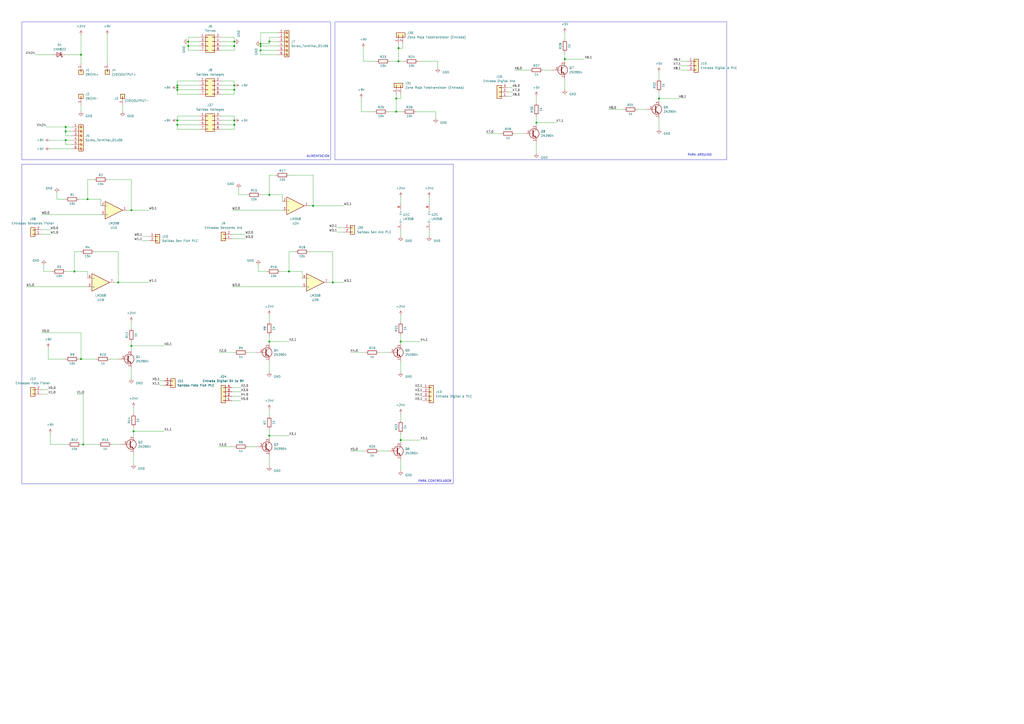
<source format=kicad_sch>
(kicad_sch (version 20230121) (generator eeschema)
  (paper "A2")
  (lib_symbols
    (symbol "Amplifier_Operational:LM358" (pin_names (offset 0.127))
      (property "Reference" "U" (at 0 5.08 0))
      (property "Value" "LM358" (at 0 -5.08 0))
      (symbol "LM358_1_1"
        (pin output line (at 7.62 0 180) (length 2.54) (name "~") (number "1"))
        (pin input line (at -7.62 -2.54 0) (length 2.54) (name "-") (number "2"))
        (pin input line (at -7.62 2.54 0) (length 2.54) (name "+") (number "3"))
      )
      (symbol "LM358_2_1"
        (pin input line (at -7.62 2.54 0) (length 2.54) (name "+") (number "5"))
        (pin input line (at -7.62 -2.54 0) (length 2.54) (name "-") (number "6"))
        (pin output line (at 7.62 0 180) (length 2.54) (name "~") (number "7"))
      )
      (symbol "LM358_3_1"
        (pin power_in line (at -2.54 -7.62 90) (length 3.81) (name "V-") (number "4"))
        (pin power_in line (at -2.54 7.62 270) (length 3.81) (name "V+") (number "8"))
      )
    )
    (symbol "Connector:Screw_Terminal_01x06" (pin_names (offset 1.016) hide)
      (property "Reference" "J" (at 0 7.62 0))
      (property "Value" "Screw_Terminal_01x06" (at 0 -10.16 0))
      (symbol "Screw_Terminal_01x06_1_1"
        (pin passive line (at -5.08 5.08 0) (length 3.81) (name "Pin_1") (number "1"))
        (pin passive line (at -5.08 2.54 0) (length 3.81) (name "Pin_2") (number "2"))
        (pin passive line (at -5.08 0 0) (length 3.81) (name "Pin_3") (number "3"))
        (pin passive line (at -5.08 -2.54 0) (length 3.81) (name "Pin_4") (number "4"))
        (pin passive line (at -5.08 -5.08 0) (length 3.81) (name "Pin_5") (number "5"))
        (pin passive line (at -5.08 -7.62 0) (length 3.81) (name "Pin_6") (number "6"))
      )
    )
    (symbol "Connector_Generic:Conn_01x01" (pin_names (offset 1.016) hide)
      (property "Reference" "J" (at 0 2.54 0))
      (property "Value" "Conn_01x01" (at 0 -2.54 0))
      (symbol "Conn_01x01_1_1"
        (pin passive line (at -5.08 0 0) (length 3.81) (name "Pin_1") (number "1"))
      )
    )
    (symbol "Connector_Generic:Conn_01x02" (pin_names (offset 1.016) hide)
      (property "Reference" "J" (at 0 2.54 0))
      (property "Value" "Conn_01x02" (at 0 -5.08 0))
      (symbol "Conn_01x02_1_1"
        (pin passive line (at -5.08 0 0) (length 3.81) (name "Pin_1") (number "1"))
        (pin passive line (at -5.08 -2.54 0) (length 3.81) (name "Pin_2") (number "2"))
      )
    )
    (symbol "Connector_Generic:Conn_01x03" (pin_names (offset 1.016) hide)
      (property "Reference" "J" (at 0 5.08 0))
      (property "Value" "Conn_01x03" (at 0 -5.08 0))
      (symbol "Conn_01x03_1_1"
        (pin passive line (at -5.08 2.54 0) (length 3.81) (name "Pin_1") (number "1"))
        (pin passive line (at -5.08 0 0) (length 3.81) (name "Pin_2") (number "2"))
        (pin passive line (at -5.08 -2.54 0) (length 3.81) (name "Pin_3") (number "3"))
      )
    )
    (symbol "Connector_Generic:Conn_01x04" (pin_names (offset 1.016) hide)
      (property "Reference" "J" (at 0 5.08 0))
      (property "Value" "Conn_01x04" (at 0 -7.62 0))
      (symbol "Conn_01x04_1_1"
        (pin passive line (at -5.08 2.54 0) (length 3.81) (name "Pin_1") (number "1"))
        (pin passive line (at -5.08 0 0) (length 3.81) (name "Pin_2") (number "2"))
        (pin passive line (at -5.08 -2.54 0) (length 3.81) (name "Pin_3") (number "3"))
        (pin passive line (at -5.08 -5.08 0) (length 3.81) (name "Pin_4") (number "4"))
      )
    )
    (symbol "Connector_Generic:Conn_02x04_Odd_Even" (pin_names (offset 1.016) hide)
      (property "Reference" "J" (at 1.27 5.08 0))
      (property "Value" "Conn_02x04_Odd_Even" (at 1.27 -7.62 0))
      (symbol "Conn_02x04_Odd_Even_1_1"
        (pin passive line (at -5.08 2.54 0) (length 3.81) (name "Pin_1") (number "1"))
        (pin passive line (at 7.62 2.54 180) (length 3.81) (name "Pin_2") (number "2"))
        (pin passive line (at -5.08 0 0) (length 3.81) (name "Pin_3") (number "3"))
        (pin passive line (at 7.62 0 180) (length 3.81) (name "Pin_4") (number "4"))
        (pin passive line (at -5.08 -2.54 0) (length 3.81) (name "Pin_5") (number "5"))
        (pin passive line (at 7.62 -2.54 180) (length 3.81) (name "Pin_6") (number "6"))
        (pin passive line (at -5.08 -5.08 0) (length 3.81) (name "Pin_7") (number "7"))
        (pin passive line (at 7.62 -5.08 180) (length 3.81) (name "Pin_8") (number "8"))
      )
    )
    (symbol "Device:R" (pin_numbers hide) (pin_names (offset 0))
      (property "Reference" "R" (at 2.032 0 90))
      (property "Value" "R" (at 0 0 90))
      (symbol "R_1_1"
        (pin passive line (at 0 3.81 270) (length 1.27) (name "~") (number "1"))
        (pin passive line (at 0 -3.81 90) (length 1.27) (name "~") (number "2"))
      )
    )
    (symbol "Diode:1N5822" (pin_numbers hide) (pin_names (offset 1.016) hide)
      (property "Reference" "D" (at 0 2.54 0))
      (property "Value" "1N5822" (at 0 -2.54 0))
      (symbol "1N5822_1_1"
        (pin passive line (at -3.81 0 0) (length 2.54) (name "K") (number "1"))
        (pin passive line (at 3.81 0 180) (length 2.54) (name "A") (number "2"))
      )
    )
    (symbol "Transistor_BJT:2N3904" (pin_names (offset 0) hide)
      (property "Reference" "Q" (at 5.08 1.905 0))
      (property "Value" "2N3904" (at 5.08 0 0))
      (symbol "2N3904_1_1"
        (pin passive line (at 2.54 -5.08 90) (length 2.54) (name "E") (number "1"))
        (pin passive line (at -5.08 0 0) (length 5.715) (name "B") (number "2"))
        (pin passive line (at 2.54 5.08 270) (length 2.54) (name "C") (number "3"))
      )
    )
    (symbol "power:+24V" (power) (pin_names (offset 0))
      (property "Value" "+24V" (at 0 3.556 0))
      (symbol "+24V_1_1"
        (pin power_in line (at 0 0 90) (length 0) hide (name "+24V") (number "1"))
      )
    )
    (symbol "power:+5V" (power) (pin_names (offset 0))
      (property "Value" "+5V" (at 0 3.556 0))
      (symbol "+5V_1_1"
        (pin power_in line (at 0 0 90) (length 0) hide (name "+5V") (number "1"))
      )
    )
    (symbol "power:+9V" (power) (pin_names (offset 0))
      (property "Value" "+9V" (at 0 3.556 0))
      (symbol "+9V_1_1"
        (pin power_in line (at 0 0 90) (length 0) hide (name "+9V") (number "1"))
      )
    )
    (symbol "power:GND" (power) (pin_names (offset 0))
      (property "Value" "GND" (at 0 -3.81 0))
      (symbol "GND_1_1"
        (pin power_in line (at 0 0 270) (length 0) hide (name "GND") (number "1"))
      )
    )
  )
  (junction (at 68.58 163.83))
  (junction (at 167.64 157.48))
  (junction (at 135.89 24.13))
  (junction (at 38.1 73.66))
  (junction (at 135.89 52.07))
  (junction (at 229.87 64.77))
  (junction (at 50.8 115.57))
  (junction (at 181.61 119.38))
  (junction (at 109.22 24.13))
  (junction (at 46.99 31.75))
  (junction (at 311.15 71.12))
  (junction (at 38.1 81.28))
  (junction (at 232.41 255.27))
  (junction (at 76.2 200.66))
  (junction (at 156.21 252.73))
  (junction (at 102.87 49.53))
  (junction (at 109.22 26.67))
  (junction (at 151.13 25.4))
  (junction (at 135.89 69.85))
  (junction (at 229.87 57.15))
  (junction (at 43.18 157.48))
  (junction (at 38.1 76.2))
  (junction (at 231.14 35.56))
  (junction (at 135.89 49.53))
  (junction (at 231.14 27.94))
  (junction (at 77.47 250.19))
  (junction (at 151.13 29.21))
  (junction (at 76.2 121.92))
  (junction (at 156.21 198.12))
  (junction (at 135.89 26.67))
  (junction (at 102.87 72.39))
  (junction (at 156.21 24.13))
  (junction (at 46.99 208.28))
  (junction (at 102.87 69.85))
  (junction (at 135.89 72.39))
  (junction (at 327.66 34.29))
  (junction (at 102.87 52.07))
  (junction (at 232.41 198.12))
  (junction (at 151.13 26.67))
  (junction (at 48.26 257.81))
  (junction (at 102.87 50.8))
  (junction (at 156.21 113.03))
  (junction (at 193.04 163.83))
  (junction (at 382.27 57.15))
  (wire (pts (xy 143.51 259.08) (xy 148.59 259.08)))
  (wire (pts (xy 156.21 101.6) (xy 156.21 113.03)))
  (wire (pts (xy 82.55 139.7) (xy 86.36 139.7)))
  (wire (pts (xy 68.58 163.83) (xy 86.36 163.83)))
  (wire (pts (xy 127 259.08) (xy 135.89 259.08)))
  (wire (pts (xy 48.26 257.81) (xy 57.15 257.81)))
  (wire (pts (xy 50.8 157.48) (xy 50.8 161.29)))
  (wire (pts (xy 203.2 261.62) (xy 212.09 261.62)))
  (wire (pts (xy 138.43 113.03) (xy 143.51 113.03)))
  (wire (pts (xy 115.57 46.99) (xy 102.87 46.99)))
  (wire (pts (xy 353.06 63.5) (xy 361.95 63.5)))
  (wire (pts (xy 128.27 24.13) (xy 135.89 24.13)))
  (wire (pts (xy 229.87 54.61) (xy 229.87 57.15)))
  (wire (pts (xy 68.58 146.05) (xy 68.58 163.83)))
  (wire (pts (xy 76.2 186.69) (xy 76.2 190.5)))
  (wire (pts (xy 128.27 54.61) (xy 135.89 54.61)))
  (wire (pts (xy 232.41 198.12) (xy 232.41 199.39)))
  (wire (pts (xy 71.12 60.96) (xy 71.12 64.77)))
  (wire (pts (xy 156.21 198.12) (xy 156.21 199.39)))
  (wire (pts (xy 115.57 26.67) (xy 109.22 26.67)))
  (wire (pts (xy 190.5 163.83) (xy 193.04 163.83)))
  (wire (pts (xy 248.92 114.3) (xy 248.92 118.11)))
  (wire (pts (xy 203.2 204.47) (xy 212.09 204.47)))
  (wire (pts (xy 138.43 113.03) (xy 138.43 109.22)))
  (wire (pts (xy 231.14 25.4) (xy 231.14 27.94)))
  (wire (pts (xy 115.57 49.53) (xy 102.87 49.53)))
  (wire (pts (xy 163.83 113.03) (xy 163.83 116.84)))
  (wire (pts (xy 232.41 240.03) (xy 232.41 243.84)))
  (wire (pts (xy 394.97 40.64) (xy 398.78 40.64)))
  (wire (pts (xy 134.62 135.89) (xy 142.24 135.89)))
  (wire (pts (xy 24.13 193.04) (xy 46.99 193.04)))
  (wire (pts (xy 156.21 25.4) (xy 151.13 25.4)))
  (wire (pts (xy 254 35.56) (xy 242.57 35.56)))
  (wire (pts (xy 27.94 208.28) (xy 27.94 201.93)))
  (wire (pts (xy 311.15 82.55) (xy 311.15 88.9)))
  (wire (pts (xy 77.47 236.22) (xy 77.47 240.03)))
  (wire (pts (xy 109.22 26.67) (xy 109.22 24.13)))
  (wire (pts (xy 232.41 54.61) (xy 232.41 57.15)))
  (wire (pts (xy 24.13 124.46) (xy 58.42 124.46)))
  (wire (pts (xy 76.2 213.36) (xy 76.2 219.71)))
  (wire (pts (xy 231.14 27.94) (xy 231.14 35.56)))
  (wire (pts (xy 167.64 146.05) (xy 171.45 146.05)))
  (wire (pts (xy 382.27 41.91) (xy 382.27 45.72)))
  (wire (pts (xy 181.61 101.6) (xy 181.61 119.38)))
  (wire (pts (xy 135.89 67.31) (xy 128.27 67.31)))
  (wire (pts (xy 76.2 104.14) (xy 76.2 121.92)))
  (wire (pts (xy 64.77 257.81) (xy 69.85 257.81)))
  (wire (pts (xy 161.29 26.67) (xy 151.13 26.67)))
  (wire (pts (xy 218.44 35.56) (xy 210.82 35.56)))
  (wire (pts (xy 115.57 72.39) (xy 102.87 72.39)))
  (wire (pts (xy 92.71 220.98) (xy 95.25 220.98)))
  (wire (pts (xy 232.41 251.46) (xy 232.41 255.27)))
  (wire (pts (xy 210.82 35.56) (xy 210.82 27.94)))
  (wire (pts (xy 151.13 31.75) (xy 151.13 29.21)))
  (wire (pts (xy 151.13 113.03) (xy 156.21 113.03)))
  (wire (pts (xy 29.21 257.81) (xy 29.21 251.46)))
  (wire (pts (xy 219.71 204.47) (xy 224.79 204.47)))
  (wire (pts (xy 115.57 29.21) (xy 109.22 29.21)))
  (wire (pts (xy 134.62 227.33) (xy 139.7 227.33)))
  (wire (pts (xy 33.02 115.57) (xy 33.02 111.76)))
  (wire (pts (xy 209.55 64.77) (xy 209.55 57.15)))
  (wire (pts (xy 156.21 264.16) (xy 156.21 270.51)))
  (wire (pts (xy 102.87 46.99) (xy 102.87 49.53)))
  (wire (pts (xy 46.99 36.83) (xy 46.99 31.75)))
  (wire (pts (xy 62.23 20.32) (xy 62.23 36.83)))
  (wire (pts (xy 135.89 54.61) (xy 135.89 52.07)))
  (wire (pts (xy 193.04 146.05) (xy 193.04 163.83)))
  (wire (pts (xy 63.5 208.28) (xy 68.58 208.28)))
  (wire (pts (xy 24.13 135.89) (xy 29.21 135.89)))
  (wire (pts (xy 382.27 57.15) (xy 382.27 58.42)))
  (wire (pts (xy 179.07 146.05) (xy 193.04 146.05)))
  (wire (pts (xy 233.68 27.94) (xy 231.14 27.94)))
  (wire (pts (xy 41.91 78.74) (xy 38.1 78.74)))
  (wire (pts (xy 46.99 257.81) (xy 48.26 257.81)))
  (wire (pts (xy 156.21 237.49) (xy 156.21 241.3)))
  (wire (pts (xy 135.89 52.07) (xy 135.89 49.53)))
  (wire (pts (xy 135.89 29.21) (xy 135.89 26.67)))
  (wire (pts (xy 161.29 29.21) (xy 151.13 29.21)))
  (wire (pts (xy 311.15 71.12) (xy 322.58 71.12)))
  (wire (pts (xy 135.89 72.39) (xy 135.89 69.85)))
  (wire (pts (xy 281.94 77.47) (xy 290.83 77.47)))
  (wire (pts (xy 38.1 208.28) (xy 27.94 208.28)))
  (wire (pts (xy 58.42 115.57) (xy 58.42 119.38)))
  (wire (pts (xy 128.27 21.59) (xy 135.89 21.59)))
  (wire (pts (xy 232.41 209.55) (xy 232.41 215.9)))
  (wire (pts (xy 115.57 21.59) (xy 109.22 21.59)))
  (wire (pts (xy 162.56 157.48) (xy 167.64 157.48)))
  (wire (pts (xy 327.66 19.05) (xy 327.66 22.86)))
  (wire (pts (xy 161.29 19.05) (xy 151.13 19.05)))
  (wire (pts (xy 232.41 255.27) (xy 243.84 255.27)))
  (wire (pts (xy 161.29 21.59) (xy 156.21 21.59)))
  (wire (pts (xy 252.73 64.77) (xy 241.3 64.77)))
  (wire (pts (xy 232.41 266.7) (xy 232.41 273.05)))
  (wire (pts (xy 298.45 77.47) (xy 303.53 77.47)))
  (wire (pts (xy 102.87 52.07) (xy 102.87 50.8)))
  (wire (pts (xy 156.21 252.73) (xy 167.64 252.73)))
  (wire (pts (xy 76.2 200.66) (xy 76.2 203.2)))
  (wire (pts (xy 102.87 54.61) (xy 102.87 52.07)))
  (wire (pts (xy 46.99 60.96) (xy 46.99 64.77)))
  (wire (pts (xy 149.86 157.48) (xy 154.94 157.48)))
  (wire (pts (xy 128.27 26.67) (xy 135.89 26.67)))
  (wire (pts (xy 43.18 146.05) (xy 46.99 146.05)))
  (wire (pts (xy 156.21 113.03) (xy 163.83 113.03)))
  (wire (pts (xy 115.57 52.07) (xy 102.87 52.07)))
  (wire (pts (xy 109.22 21.59) (xy 109.22 24.13)))
  (wire (pts (xy 135.89 74.93) (xy 135.89 72.39)))
  (wire (pts (xy 232.41 133.35) (xy 232.41 137.16)))
  (wire (pts (xy 24.13 226.06) (xy 27.94 226.06)))
  (wire (pts (xy 327.66 30.48) (xy 327.66 34.29)))
  (wire (pts (xy 46.99 208.28) (xy 55.88 208.28)))
  (wire (pts (xy 382.27 57.15) (xy 393.7 57.15)))
  (wire (pts (xy 134.62 121.92) (xy 163.83 121.92)))
  (wire (pts (xy 25.4 157.48) (xy 25.4 153.67)))
  (wire (pts (xy 181.61 119.38) (xy 199.39 119.38)))
  (wire (pts (xy 156.21 182.88) (xy 156.21 186.69)))
  (wire (pts (xy 29.21 81.28) (xy 38.1 81.28)))
  (wire (pts (xy 38.1 81.28) (xy 41.91 81.28)))
  (wire (pts (xy 50.8 104.14) (xy 54.61 104.14)))
  (wire (pts (xy 54.61 146.05) (xy 68.58 146.05)))
  (wire (pts (xy 369.57 63.5) (xy 374.65 63.5)))
  (wire (pts (xy 20.32 31.75) (xy 30.48 31.75)))
  (wire (pts (xy 41.91 83.82) (xy 38.1 83.82)))
  (wire (pts (xy 311.15 55.88) (xy 311.15 59.69)))
  (wire (pts (xy 193.04 163.83) (xy 199.39 163.83)))
  (wire (pts (xy 156.21 194.31) (xy 156.21 198.12)))
  (wire (pts (xy 29.21 86.36) (xy 41.91 86.36)))
  (wire (pts (xy 48.26 228.6) (xy 44.45 228.6)))
  (wire (pts (xy 46.99 193.04) (xy 46.99 208.28)))
  (wire (pts (xy 77.47 250.19) (xy 95.25 250.19)))
  (wire (pts (xy 143.51 204.47) (xy 148.59 204.47)))
  (wire (pts (xy 128.27 49.53) (xy 135.89 49.53)))
  (wire (pts (xy 233.68 25.4) (xy 233.68 27.94)))
  (wire (pts (xy 394.97 38.1) (xy 398.78 38.1)))
  (wire (pts (xy 167.64 146.05) (xy 167.64 157.48)))
  (wire (pts (xy 217.17 64.77) (xy 209.55 64.77)))
  (wire (pts (xy 77.47 250.19) (xy 77.47 252.73)))
  (wire (pts (xy 167.64 157.48) (xy 175.26 157.48)))
  (wire (pts (xy 327.66 34.29) (xy 339.09 34.29)))
  (wire (pts (xy 128.27 74.93) (xy 135.89 74.93)))
  (wire (pts (xy 43.18 146.05) (xy 43.18 157.48)))
  (wire (pts (xy 232.41 194.31) (xy 232.41 198.12)))
  (wire (pts (xy 77.47 247.65) (xy 77.47 250.19)))
  (wire (pts (xy 135.89 69.85) (xy 135.89 67.31)))
  (wire (pts (xy 156.21 101.6) (xy 160.02 101.6)))
  (wire (pts (xy 294.64 50.8) (xy 297.18 50.8)))
  (wire (pts (xy 232.41 114.3) (xy 232.41 118.11)))
  (wire (pts (xy 134.62 224.79) (xy 139.7 224.79)))
  (wire (pts (xy 38.1 157.48) (xy 43.18 157.48)))
  (wire (pts (xy 128.27 52.07) (xy 135.89 52.07)))
  (wire (pts (xy 82.55 137.16) (xy 86.36 137.16)))
  (wire (pts (xy 39.37 257.81) (xy 29.21 257.81)))
  (wire (pts (xy 135.89 26.67) (xy 135.89 24.13)))
  (wire (pts (xy 167.64 101.6) (xy 181.61 101.6)))
  (wire (pts (xy 156.21 209.55) (xy 156.21 215.9)))
  (wire (pts (xy 50.8 115.57) (xy 58.42 115.57)))
  (wire (pts (xy 62.23 104.14) (xy 76.2 104.14)))
  (wire (pts (xy 134.62 138.43) (xy 142.24 138.43)))
  (wire (pts (xy 73.66 121.92) (xy 76.2 121.92)))
  (wire (pts (xy 195.58 132.08) (xy 199.39 132.08)))
  (wire (pts (xy 311.15 71.12) (xy 311.15 72.39)))
  (wire (pts (xy 115.57 54.61) (xy 102.87 54.61)))
  (wire (pts (xy 102.87 49.53) (xy 102.87 50.8)))
  (wire (pts (xy 76.2 198.12) (xy 76.2 200.66)))
  (wire (pts (xy 161.29 31.75) (xy 151.13 31.75)))
  (wire (pts (xy 38.1 73.66) (xy 38.1 76.2)))
  (wire (pts (xy 38.1 83.82) (xy 38.1 81.28)))
  (wire (pts (xy 151.13 29.21) (xy 151.13 26.67)))
  (wire (pts (xy 294.64 55.88) (xy 297.18 55.88)))
  (wire (pts (xy 382.27 68.58) (xy 382.27 74.93)))
  (wire (pts (xy 229.87 57.15) (xy 229.87 64.77)))
  (wire (pts (xy 231.14 35.56) (xy 234.95 35.56)))
  (wire (pts (xy 219.71 261.62) (xy 224.79 261.62)))
  (wire (pts (xy 45.72 208.28) (xy 46.99 208.28)))
  (wire (pts (xy 156.21 248.92) (xy 156.21 252.73)))
  (wire (pts (xy 135.89 46.99) (xy 128.27 46.99)))
  (wire (pts (xy 179.07 119.38) (xy 181.61 119.38)))
  (wire (pts (xy 109.22 29.21) (xy 109.22 26.67)))
  (wire (pts (xy 135.89 49.53) (xy 135.89 46.99)))
  (wire (pts (xy 224.79 64.77) (xy 229.87 64.77)))
  (wire (pts (xy 226.06 35.56) (xy 231.14 35.56)))
  (wire (pts (xy 248.92 133.35) (xy 248.92 137.16)))
  (wire (pts (xy 109.22 24.13) (xy 115.57 24.13)))
  (wire (pts (xy 156.21 198.12) (xy 167.64 198.12)))
  (wire (pts (xy 24.13 228.6) (xy 27.94 228.6)))
  (wire (pts (xy 151.13 19.05) (xy 151.13 25.4)))
  (wire (pts (xy 327.66 34.29) (xy 327.66 35.56)))
  (wire (pts (xy 252.73 68.58) (xy 252.73 64.77)))
  (wire (pts (xy 50.8 104.14) (xy 50.8 115.57)))
  (wire (pts (xy 127 204.47) (xy 135.89 204.47)))
  (wire (pts (xy 76.2 121.92) (xy 86.36 121.92)))
  (wire (pts (xy 24.13 133.35) (xy 29.21 133.35)))
  (wire (pts (xy 128.27 72.39) (xy 135.89 72.39)))
  (wire (pts (xy 294.64 53.34) (xy 297.18 53.34)))
  (wire (pts (xy 15.24 166.37) (xy 50.8 166.37)))
  (wire (pts (xy 327.66 45.72) (xy 327.66 52.07)))
  (wire (pts (xy 128.27 29.21) (xy 135.89 29.21)))
  (wire (pts (xy 311.15 67.31) (xy 311.15 71.12)))
  (wire (pts (xy 195.58 134.62) (xy 199.39 134.62)))
  (wire (pts (xy 149.86 157.48) (xy 149.86 153.67)))
  (wire (pts (xy 382.27 53.34) (xy 382.27 57.15)))
  (wire (pts (xy 232.41 182.88) (xy 232.41 186.69)))
  (wire (pts (xy 48.26 228.6) (xy 48.26 257.81)))
  (wire (pts (xy 38.1 76.2) (xy 41.91 76.2)))
  (wire (pts (xy 314.96 40.64) (xy 320.04 40.64)))
  (wire (pts (xy 43.18 157.48) (xy 50.8 157.48)))
  (wire (pts (xy 151.13 26.67) (xy 151.13 25.4)))
  (wire (pts (xy 134.62 166.37) (xy 175.26 166.37)))
  (wire (pts (xy 115.57 67.31) (xy 102.87 67.31)))
  (wire (pts (xy 254 39.37) (xy 254 35.56)))
  (wire (pts (xy 175.26 157.48) (xy 175.26 161.29)))
  (wire (pts (xy 232.41 57.15) (xy 229.87 57.15)))
  (wire (pts (xy 45.72 115.57) (xy 50.8 115.57)))
  (wire (pts (xy 232.41 255.27) (xy 232.41 256.54)))
  (wire (pts (xy 115.57 69.85) (xy 102.87 69.85)))
  (wire (pts (xy 156.21 21.59) (xy 156.21 24.13)))
  (wire (pts (xy 102.87 69.85) (xy 102.87 72.39)))
  (wire (pts (xy 134.62 229.87) (xy 139.7 229.87)))
  (wire (pts (xy 41.91 73.66) (xy 38.1 73.66)))
  (wire (pts (xy 298.45 40.64) (xy 307.34 40.64)))
  (wire (pts (xy 25.4 157.48) (xy 30.48 157.48)))
  (wire (pts (xy 38.1 78.74) (xy 38.1 76.2)))
  (wire (pts (xy 135.89 24.13) (xy 135.89 21.59)))
  (wire (pts (xy 77.47 262.89) (xy 77.47 269.24)))
  (wire (pts (xy 102.87 74.93) (xy 102.87 72.39)))
  (wire (pts (xy 102.87 67.31) (xy 102.87 69.85)))
  (wire (pts (xy 46.99 20.32) (xy 46.99 31.75)))
  (wire (pts (xy 134.62 232.41) (xy 139.7 232.41)))
  (wire (pts (xy 156.21 24.13) (xy 161.29 24.13)))
  (wire (pts (xy 232.41 198.12) (xy 243.84 198.12)))
  (wire (pts (xy 156.21 24.13) (xy 156.21 25.4)))
  (wire (pts (xy 115.57 74.93) (xy 102.87 74.93)))
  (wire (pts (xy 156.21 252.73) (xy 156.21 254)))
  (wire (pts (xy 46.99 31.75) (xy 38.1 31.75)))
  (wire (pts (xy 26.67 73.66) (xy 38.1 73.66)))
  (wire (pts (xy 33.02 115.57) (xy 38.1 115.57)))
  (wire (pts (xy 92.71 223.52) (xy 95.25 223.52)))
  (wire (pts (xy 229.87 64.77) (xy 233.68 64.77)))
  (wire (pts (xy 76.2 200.66) (xy 95.25 200.66)))
  (wire (pts (xy 66.04 163.83) (xy 68.58 163.83)))
  (wire (pts (xy 128.27 69.85) (xy 135.89 69.85)))
  (wire (pts (xy 394.97 35.56) (xy 398.78 35.56)))
  (rectangle (start 12.7 12.7) (end 191.77 92.71))
  (rectangle (start 12.7 95.25) (end 262.89 280.67))
  (rectangle (start 194.31 12.7) (end 421.64 92.71))
  (text "PARA CONTROLADOR\n\n" (at 242.57 281.94 0) (effects (font (size 1.27 1.27)) (justify left bottom)))
  (text "PARA ARDUINO\n\n" (at 398.78 92.71 0) (effects (font (size 1.27 1.27)) (justify left bottom)))
  (text "ALIMENTACION\n" (at 177.8 91.44 0) (effects (font (size 1.27 1.27)) (justify left bottom)))
  (label "X5.1" (at 245.11 232.41 180))
  (label "X8.0" (at 353.06 63.5 0))
  (label "X6.0" (at 298.45 40.64 0))
  (label "X5.0" (at 203.2 261.62 0))
  (label "X2.0" (at 139.7 224.79 0))
  (label "X4.1" (at 243.84 198.12 0))
  (label "X8.1" (at 394.97 40.64 180))
  (label "X3.0" (at 139.7 227.33 0))
  (label "X1.0" (at 44.45 228.6 0))
  (label "X8.0" (at 297.18 55.88 0))
  (label "W3.0" (at 142.24 138.43 0))
  (label "X0.0" (at 27.94 226.06 0))
  (label "W2.0" (at 142.24 135.89 0))
  (label "X1.1" (at 95.25 250.19 0))
  (label "X4.1" (at 245.11 229.87 180))
  (label "X3.1" (at 167.64 252.73 0))
  (label "W2.1" (at 199.39 119.38 0))
  (label "X3.1" (at 245.11 227.33 180))
  (label "W1.1" (at 82.55 139.7 180))
  (label "W2.0" (at 134.62 121.92 0))
  (label "X2.1" (at 245.11 224.79 180))
  (label "X7.0" (at 297.18 53.34 0))
  (label "W3.0" (at 134.62 166.37 0))
  (label "X4.0" (at 139.7 229.87 0))
  (label "W0.1" (at 86.36 121.92 0))
  (label "W0.0" (at 29.21 133.35 0))
  (label "X3.0" (at 127 259.08 0))
  (label "X6.1" (at 394.97 35.56 180))
  (label "X0.1" (at 92.71 220.98 180))
  (label "W1.0" (at 29.21 135.89 0))
  (label "W3.1" (at 195.58 134.62 180))
  (label "W0.1" (at 82.55 137.16 180))
  (label "X1.1" (at 92.71 223.52 180))
  (label "W3.1" (at 199.39 163.83 0))
  (label "X2.0" (at 127 204.47 0))
  (label "W1.1" (at 86.36 163.83 0))
  (label "Vin24" (at 20.32 31.75 180))
  (label "X8.1" (at 393.7 57.15 0))
  (label "Vin24" (at 26.67 73.66 180))
  (label "W2.1" (at 195.58 132.08 180))
  (label "X7.0" (at 281.94 77.47 0))
  (label "X5.0" (at 139.7 232.41 0))
  (label "X6.0" (at 297.18 50.8 0))
  (label "W1.0" (at 15.24 166.37 0))
  (label "X6.1" (at 339.09 34.29 0))
  (label "X0.1" (at 95.25 200.66 0))
  (label "X7.1" (at 394.97 38.1 180))
  (label "X1.0" (at 27.94 228.6 0))
  (label "X7.1" (at 322.58 71.12 0))
  (label "X4.0" (at 203.2 204.47 0))
  (label "X2.1" (at 167.64 198.12 0))
  (label "X0.0" (at 24.13 193.04 0))
  (label "W0.0" (at 24.13 124.46 0))
  (label "X5.1" (at 243.84 255.27 0))
  (symbol (lib_id "power:+9V") (at 102.87 69.85 90) (unit 1)
    (property "Reference" "#PWR045" (effects hide))
    (property "Value" "+9V" (at 99.06 69.85 90) (effects (justify left)))
  )
  (symbol (lib_id "Transistor_BJT:2N3904") (at 153.67 259.08 0) (unit 1)
    (property "Reference" "Q3" (at 158.75 257.81 0) (effects (justify left)))
    (property "Value" "2N3904" (at 158.75 260.35 0) (effects (justify left)))
    (property "Footprint" "Package_TO_SOT_THT:TO-92_Inline" (effects hide))
    (property "Datasheet" "https://www.onsemi.com/pub/Collateral/2N3903-D.PDF" (effects hide))
  )
  (symbol (lib_id "Transistor_BJT:2N3904") (at 229.87 204.47 0) (unit 1)
    (property "Reference" "Q5" (at 234.95 203.2 0) (effects (justify left)))
    (property "Value" "2N3904" (at 234.95 205.74 0) (effects (justify left)))
    (property "Footprint" "Package_TO_SOT_THT:TO-92_Inline" (effects hide))
    (property "Datasheet" "https://www.onsemi.com/pub/Collateral/2N3903-D.PDF" (effects hide))
  )
  (symbol (lib_id "Connector_Generic:Conn_01x03") (at 403.86 38.1 0) (unit 1)
    (property "Reference" "J15" (at 406.4 36.83 0) (effects (justify left)))
    (property "Value" "Entrada Digital a PLC" (at 406.4 39.37 0) (effects (justify left)))
    (property "Footprint" "Connector_PinHeader_2.54mm:PinHeader_1x03_P2.54mm_Vertical" (effects hide))
  )
  (symbol (lib_id "power:+24V") (at 248.92 114.3 0) (unit 1)
    (property "Reference" "#PWR027" (effects hide))
    (property "Value" "+24V" (at 248.92 109.22 0))
  )
  (symbol (lib_id "power:+5V") (at 327.66 19.05 0) (unit 1)
    (property "Reference" "#PWR038" (effects hide))
    (property "Value" "+5V" (at 327.66 13.97 0))
  )
  (symbol (lib_id "Connector:Screw_Terminal_01x06") (at 46.99 78.74 0) (unit 1)
    (property "Reference" "J5" (at 49.53 78.74 0) (effects (justify left)))
    (property "Value" "Screw_Terminal_01x06" (at 49.53 81.28 0) (effects (justify left)))
    (property "Footprint" "TerminalBlock_Phoenix:TerminalBlock_Phoenix_MKDS-1,5-6_1x06_P5.00mm_Horizontal" (effects hide))
  )
  (symbol (lib_id "power:GND") (at 109.22 24.13 270) (unit 1)
    (property "Reference" "#PWR07" (effects hide))
    (property "Value" "GND" (at 106.68 26.67 0) (effects (justify left)))
  )
  (symbol (lib_id "power:+5V") (at 135.89 69.85 270) (unit 1)
    (property "Reference" "#PWR044" (effects hide))
    (property "Value" "+5V" (at 139.7 69.85 90) (effects (justify left)))
  )
  (symbol (lib_id "Device:R") (at 41.91 115.57 90) (unit 1)
    (property "Reference" "R1" (at 41.91 113.03 90))
    (property "Value" "10k" (at 41.91 118.11 90))
    (property "Footprint" "Resistor_THT:R_Axial_DIN0204_L3.6mm_D1.6mm_P5.08mm_Horizontal" (effects hide))
  )
  (symbol (lib_id "power:GND") (at 76.2 219.71 0) (unit 1)
    (property "Reference" "#PWR021" (effects hide))
    (property "Value" "GND" (at 78.74 222.25 0) (effects (justify left)))
  )
  (symbol (lib_id "Connector_Generic:Conn_01x04") (at 129.54 229.87 180) (unit 1)
    (property "Reference" "J14" (at 129.54 218.44 0))
    (property "Value" "Entrada Digital 5V to 9V" (at 129.54 220.98 0))
    (property "Footprint" "Connector_PinHeader_2.54mm:PinHeader_1x04_P2.54mm_Vertical" (effects hide))
  )
  (symbol (lib_id "Device:R") (at 156.21 190.5 180) (unit 1)
    (property "Reference" "R8" (at 153.67 190.5 90))
    (property "Value" "1k" (at 158.75 190.5 90))
    (property "Footprint" "Resistor_THT:R_Axial_DIN0204_L3.6mm_D1.6mm_P5.08mm_Horizontal" (effects hide))
  )
  (symbol (lib_id "power:GND") (at 151.13 25.4 270) (unit 1)
    (property "Reference" "#PWR08" (effects hide))
    (property "Value" "GND" (at 148.59 27.94 0) (effects (justify left)))
  )
  (symbol (lib_id "Device:R") (at 156.21 245.11 180) (unit 1)
    (property "Reference" "R7" (at 153.67 245.11 90))
    (property "Value" "1k" (at 158.75 245.11 90))
    (property "Footprint" "Resistor_THT:R_Axial_DIN0204_L3.6mm_D1.6mm_P5.08mm_Horizontal" (effects hide))
  )
  (symbol (lib_id "power:GND") (at 46.99 64.77 0) (unit 1)
    (property "Reference" "#PWR02" (effects hide))
    (property "Value" "GND" (at 49.53 67.31 0) (effects (justify left)))
  )
  (symbol (lib_id "power:GND") (at 25.4 153.67 180) (unit 1)
    (property "Reference" "#PWR014" (effects hide))
    (property "Value" "GND" (at 22.86 151.13 0) (effects (justify left)))
  )
  (symbol (lib_id "Connector_Generic:Conn_02x04_Odd_Even") (at 120.65 24.13 0) (unit 1)
    (property "Reference" "J6" (at 121.92 15.24 0))
    (property "Value" "Tierras" (at 121.92 17.78 0))
    (property "Footprint" "Connector_PinHeader_2.54mm:PinHeader_2x04_P2.54mm_Vertical" (effects hide))
  )
  (symbol (lib_id "Connector_Generic:Conn_01x02") (at 100.33 220.98 0) (unit 1)
    (property "Reference" "J11" (at 102.87 220.98 0) (effects (justify left)))
    (property "Value" "Salidas Foto Fish PLC" (at 102.87 223.52 0) (effects (justify left)))
    (property "Footprint" "Connector_PinHeader_2.54mm:PinHeader_1x02_P2.54mm_Vertical" (effects hide))
  )
  (symbol (lib_id "Device:R") (at 76.2 194.31 180) (unit 1)
    (property "Reference" "R11" (at 73.66 194.31 90))
    (property "Value" "1k" (at 78.74 194.31 90))
    (property "Footprint" "Resistor_THT:R_Axial_DIN0204_L3.6mm_D1.6mm_P5.08mm_Horizontal" (effects hide))
  )
  (symbol (lib_id "power:GND") (at 327.66 52.07 0) (unit 1)
    (property "Reference" "#PWR039" (effects hide))
    (property "Value" "GND" (at 330.2 54.61 0) (effects (justify left)))
  )
  (symbol (lib_id "power:+9V") (at 29.21 251.46 0) (unit 1)
    (property "Reference" "#PWR022" (effects hide))
    (property "Value" "+9V" (at 29.21 246.38 0))
  )
  (symbol (lib_id "Device:R") (at 237.49 64.77 90) (unit 1)
    (property "Reference" "R26" (at 237.49 62.23 90))
    (property "Value" "10k" (at 237.49 67.31 90))
    (property "Footprint" "Resistor_THT:R_Axial_DIN0204_L3.6mm_D1.6mm_P5.08mm_Horizontal" (effects hide))
  )
  (symbol (lib_id "Connector_Generic:Conn_01x03") (at 289.56 53.34 180) (unit 1)
    (property "Reference" "J16" (at 289.56 44.45 0))
    (property "Value" "Entrada Digital Ard" (at 289.56 46.99 0))
    (property "Footprint" "Connector_PinHeader_2.54mm:PinHeader_1x03_P2.54mm_Vertical" (effects hide))
  )
  (symbol (lib_id "power:+24V") (at 46.99 20.32 0) (unit 1)
    (property "Reference" "#PWR01" (effects hide))
    (property "Value" "+24V" (at 46.99 15.24 0))
  )
  (symbol (lib_id "power:+9V") (at 27.94 201.93 0) (unit 1)
    (property "Reference" "#PWR019" (effects hide))
    (property "Value" "+9V" (at 27.94 196.85 0))
  )
  (symbol (lib_id "Connector_Generic:Conn_01x02") (at 19.05 135.89 180) (unit 1)
    (property "Reference" "J38" (at 19.05 127 0))
    (property "Value" "Entradas Sensores Fisher" (at 19.05 129.54 0))
    (property "Footprint" "Connector_PinHeader_2.54mm:PinHeader_1x02_P2.54mm_Vertical" (effects hide))
  )
  (symbol (lib_id "power:+9V") (at 209.55 57.15 0) (unit 1)
    (property "Reference" "#PWR035" (effects hide))
    (property "Value" "+9V" (at 209.55 52.07 0))
  )
  (symbol (lib_id "Amplifier_Operational:LM358") (at 234.95 125.73 0) (unit 3)
    (property "Reference" "U1" (at 233.68 124.46 0) (effects (justify left)))
    (property "Value" "LM358" (at 233.68 127 0) (effects (justify left)))
    (property "Footprint" "Package_DIP:DIP-8_W7.62mm_LongPads" (effects hide))
    (property "Datasheet" "http://www.ti.com/lit/ds/symlink/lm2904-n.pdf" (effects hide))
  )
  (symbol (lib_id "Device:R") (at 215.9 204.47 90) (unit 1)
    (property "Reference" "R19" (at 215.9 201.93 90))
    (property "Value" "1k" (at 215.9 207.01 90))
    (property "Footprint" "Resistor_THT:R_Axial_DIN0204_L3.6mm_D1.6mm_P5.08mm_Horizontal" (effects hide))
  )
  (symbol (lib_id "power:+9V") (at 102.87 50.8 90) (unit 1)
    (property "Reference" "#PWR09" (effects hide))
    (property "Value" "+9V" (at 99.06 50.8 90) (effects (justify left)))
  )
  (symbol (lib_id "Transistor_BJT:2N3904") (at 73.66 208.28 0) (unit 1)
    (property "Reference" "Q1" (at 78.74 207.01 0) (effects (justify left)))
    (property "Value" "2N3904" (at 78.74 209.55 0) (effects (justify left)))
    (property "Footprint" "Package_TO_SOT_THT:TO-92_Inline" (effects hide))
    (property "Datasheet" "https://www.onsemi.com/pub/Collateral/2N3903-D.PDF" (effects hide))
  )
  (symbol (lib_id "power:GND") (at 232.41 137.16 0) (unit 1)
    (property "Reference" "#PWR012" (effects hide))
    (property "Value" "GND" (at 234.95 139.7 0) (effects (justify left)))
  )
  (symbol (lib_id "Amplifier_Operational:LM358") (at 58.42 163.83 0) (mirror x) (unit 2)
    (property "Reference" "U1" (at 58.42 173.99 0))
    (property "Value" "LM358" (at 58.42 171.45 0))
    (property "Footprint" "Package_DIP:DIP-8_W7.62mm_LongPads" (effects hide))
    (property "Datasheet" "http://www.ti.com/lit/ds/symlink/lm2904-n.pdf" (effects hide))
  )
  (symbol (lib_id "Diode:1N5822") (at 34.29 31.75 180) (unit 1)
    (property "Reference" "D1" (at 34.6075 26.035 0))
    (property "Value" "1N5822" (at 34.6075 28.575 0))
    (property "Footprint" "Diode_THT:D_DO-201AD_P15.24mm_Horizontal" (effects hide))
    (property "Datasheet" "http://www.vishay.com/docs/88526/1n5820.pdf" (effects hide))
  )
  (symbol (lib_id "Transistor_BJT:2N3904") (at 229.87 261.62 0) (unit 1)
    (property "Reference" "Q6" (at 234.95 260.35 0) (effects (justify left)))
    (property "Value" "2N3904" (at 234.95 262.89 0) (effects (justify left)))
    (property "Footprint" "Package_TO_SOT_THT:TO-92_Inline" (effects hide))
    (property "Datasheet" "https://www.onsemi.com/pub/Collateral/2N3903-D.PDF" (effects hide))
  )
  (symbol (lib_id "power:GND") (at 156.21 270.51 0) (unit 1)
    (property "Reference" "#PWR017" (effects hide))
    (property "Value" "GND" (at 158.75 273.05 0) (effects (justify left)))
  )
  (symbol (lib_id "Transistor_BJT:2N3904") (at 153.67 204.47 0) (unit 1)
    (property "Reference" "Q4" (at 158.75 203.2 0) (effects (justify left)))
    (property "Value" "2N3904" (at 158.75 205.74 0) (effects (justify left)))
    (property "Footprint" "Package_TO_SOT_THT:TO-92_Inline" (effects hide))
    (property "Datasheet" "https://www.onsemi.com/pub/Collateral/2N3903-D.PDF" (effects hide))
  )
  (symbol (lib_id "power:+9V") (at 62.23 20.32 0) (unit 1)
    (property "Reference" "#PWR04" (effects hide))
    (property "Value" "+9V" (at 62.23 15.24 0))
  )
  (symbol (lib_id "power:+24V") (at 232.41 114.3 0) (unit 1)
    (property "Reference" "#PWR05" (effects hide))
    (property "Value" "+24V" (at 232.41 109.22 0))
  )
  (symbol (lib_id "Device:R") (at 77.47 243.84 180) (unit 1)
    (property "Reference" "R14" (at 74.93 243.84 90))
    (property "Value" "1k" (at 80.01 243.84 90))
    (property "Footprint" "Resistor_THT:R_Axial_DIN0204_L3.6mm_D1.6mm_P5.08mm_Horizontal" (effects hide))
  )
  (symbol (lib_id "Device:R") (at 163.83 101.6 90) (unit 1)
    (property "Reference" "R17" (at 163.83 99.06 90))
    (property "Value" "10k" (at 163.83 104.14 90))
    (property "Footprint" "Resistor_THT:R_Axial_DIN0204_L3.6mm_D1.6mm_P5.08mm_Horizontal" (effects hide))
  )
  (symbol (lib_id "Amplifier_Operational:LM358") (at 66.04 121.92 0) (mirror x) (unit 1)
    (property "Reference" "U1" (at 66.04 132.08 0))
    (property "Value" "LM358" (at 66.04 129.54 0))
    (property "Footprint" "Package_DIP:DIP-8_W7.62mm_LongPads" (effects hide))
    (property "Datasheet" "http://www.ti.com/lit/ds/symlink/lm2904-n.pdf" (effects hide))
  )
  (symbol (lib_id "power:+9V") (at 135.89 49.53 270) (unit 1)
    (property "Reference" "#PWR010" (effects hide))
    (property "Value" "+9V" (at 139.7 49.53 90) (effects (justify left)))
  )
  (symbol (lib_id "power:GND") (at 232.41 273.05 0) (unit 1)
    (property "Reference" "#PWR032" (effects hide))
    (property "Value" "GND" (at 234.95 275.59 0) (effects (justify left)))
  )
  (symbol (lib_id "Device:R") (at 232.41 247.65 180) (unit 1)
    (property "Reference" "R22" (at 229.87 247.65 90))
    (property "Value" "1k" (at 234.95 247.65 90))
    (property "Footprint" "Resistor_THT:R_Axial_DIN0204_L3.6mm_D1.6mm_P5.08mm_Horizontal" (effects hide))
  )
  (symbol (lib_id "power:+24V") (at 156.21 237.49 0) (unit 1)
    (property "Reference" "#PWR016" (effects hide))
    (property "Value" "+24V" (at 156.21 232.41 0))
  )
  (symbol (lib_id "Device:R") (at 158.75 157.48 90) (unit 1)
    (property "Reference" "R16" (at 158.75 154.94 90))
    (property "Value" "10k" (at 158.75 160.02 90))
    (property "Footprint" "Resistor_THT:R_Axial_DIN0204_L3.6mm_D1.6mm_P5.08mm_Horizontal" (effects hide))
  )
  (symbol (lib_id "Transistor_BJT:2N3904") (at 308.61 77.47 0) (unit 1)
    (property "Reference" "Q8" (at 313.69 76.2 0) (effects (justify left)))
    (property "Value" "2N3904" (at 313.69 78.74 0) (effects (justify left)))
    (property "Footprint" "Package_TO_SOT_THT:TO-92_Inline" (effects hide))
    (property "Datasheet" "https://www.onsemi.com/pub/Collateral/2N3903-D.PDF" (effects hide))
  )
  (symbol (lib_id "Device:R") (at 139.7 204.47 90) (unit 1)
    (property "Reference" "R5" (at 139.7 201.93 90))
    (property "Value" "1k" (at 139.7 207.01 90))
    (property "Footprint" "Resistor_THT:R_Axial_DIN0204_L3.6mm_D1.6mm_P5.08mm_Horizontal" (effects hide))
  )
  (symbol (lib_id "Device:R") (at 43.18 257.81 90) (unit 1)
    (property "Reference" "R12" (at 43.18 255.27 90))
    (property "Value" "10k" (at 43.18 260.35 90))
    (property "Footprint" "Resistor_THT:R_Axial_DIN0204_L3.6mm_D1.6mm_P5.08mm_Horizontal" (effects hide))
  )
  (symbol (lib_id "Amplifier_Operational:LM358") (at 182.88 163.83 0) (mirror x) (unit 2)
    (property "Reference" "U2" (at 182.88 173.99 0))
    (property "Value" "LM358" (at 182.88 171.45 0))
    (property "Footprint" "Package_DIP:DIP-8_W7.62mm_LongPads" (effects hide))
    (property "Datasheet" "http://www.ti.com/lit/ds/symlink/lm2904-n.pdf" (effects hide))
  )
  (symbol (lib_id "Device:R") (at 215.9 261.62 90) (unit 1)
    (property "Reference" "R20" (at 215.9 259.08 90))
    (property "Value" "1k" (at 215.9 264.16 90))
    (property "Footprint" "Resistor_THT:R_Axial_DIN0204_L3.6mm_D1.6mm_P5.08mm_Horizontal" (effects hide))
  )
  (symbol (lib_id "Device:R") (at 220.98 64.77 90) (unit 1)
    (property "Reference" "R25" (at 220.98 62.23 90))
    (property "Value" "10k" (at 220.98 67.31 90))
    (property "Footprint" "Resistor_THT:R_Axial_DIN0204_L3.6mm_D1.6mm_P5.08mm_Horizontal" (effects hide))
  )
  (symbol (lib_id "power:+9V") (at 29.21 81.28 90) (unit 1)
    (property "Reference" "#PWR011" (effects hide))
    (property "Value" "+9V" (at 25.4 81.28 90) (effects (justify left)))
  )
  (symbol (lib_id "Device:R") (at 222.25 35.56 90) (unit 1)
    (property "Reference" "R23" (at 222.25 33.02 90))
    (property "Value" "10k" (at 222.25 38.1 90))
    (property "Footprint" "Resistor_THT:R_Axial_DIN0204_L3.6mm_D1.6mm_P5.08mm_Horizontal" (effects hide))
  )
  (symbol (lib_id "power:GND") (at 248.92 137.16 0) (unit 1)
    (property "Reference" "#PWR028" (effects hide))
    (property "Value" "GND" (at 251.46 139.7 0) (effects (justify left)))
  )
  (symbol (lib_id "Connector_Generic:Conn_01x01") (at 46.99 55.88 90) (unit 1)
    (property "Reference" "J2" (at 49.53 54.61 90) (effects (justify right)))
    (property "Value" "(9V)IN-" (at 49.53 57.15 90) (effects (justify right)))
    (property "Footprint" "Connector_PinSocket_2.54mm:PinSocket_1x01_P2.54mm_Vertical" (effects hide))
  )
  (symbol (lib_id "Device:R") (at 327.66 26.67 180) (unit 1)
    (property "Reference" "R28" (at 325.12 26.67 90))
    (property "Value" "1k" (at 330.2 26.67 90))
    (property "Footprint" "Resistor_THT:R_Axial_DIN0204_L3.6mm_D1.6mm_P5.08mm_Horizontal" (effects hide))
  )
  (symbol (lib_id "Connector_Generic:Conn_02x04_Odd_Even") (at 120.65 49.53 0) (unit 1)
    (property "Reference" "J8" (at 121.92 40.64 0))
    (property "Value" "Salidas Voltages" (at 121.92 43.18 0))
    (property "Footprint" "Connector_PinSocket_2.54mm:PinSocket_2x04_P2.54mm_Vertical" (effects hide))
  )
  (symbol (lib_id "Device:R") (at 382.27 49.53 180) (unit 1)
    (property "Reference" "R32" (at 379.73 49.53 90))
    (property "Value" "1k" (at 384.81 49.53 90))
    (property "Footprint" "Resistor_THT:R_Axial_DIN0204_L3.6mm_D1.6mm_P5.08mm_Horizontal" (effects hide))
  )
  (symbol (lib_id "Device:R") (at 59.69 208.28 90) (unit 1)
    (property "Reference" "R10" (at 59.69 205.74 90))
    (property "Value" "1k" (at 59.69 210.82 90))
    (property "Footprint" "Resistor_THT:R_Axial_DIN0204_L3.6mm_D1.6mm_P5.08mm_Horizontal" (effects hide))
  )
  (symbol (lib_id "power:+24V") (at 77.47 236.22 0) (unit 1)
    (property "Reference" "#PWR023" (effects hide))
    (property "Value" "+24V" (at 77.47 231.14 0))
  )
  (symbol (lib_id "power:+5V") (at 311.15 55.88 0) (unit 1)
    (property "Reference" "#PWR040" (effects hide))
    (property "Value" "+5V" (at 311.15 50.8 0))
  )
  (symbol (lib_id "Connector_Generic:Conn_02x04_Odd_Even") (at 120.65 69.85 0) (unit 1)
    (property "Reference" "J37" (at 121.92 60.96 0))
    (property "Value" "Salidas Voltages" (at 121.92 63.5 0))
    (property "Footprint" "Connector_PinSocket_2.54mm:PinSocket_2x04_P2.54mm_Vertical" (effects hide))
  )
  (symbol (lib_id "Device:R") (at 34.29 157.48 90) (unit 1)
    (property "Reference" "R3" (at 34.29 154.94 90))
    (property "Value" "10k" (at 34.29 160.02 90))
    (property "Footprint" "Resistor_THT:R_Axial_DIN0204_L3.6mm_D1.6mm_P5.08mm_Horizontal" (effects hide))
  )
  (symbol (lib_id "Connector:Screw_Terminal_01x06") (at 166.37 24.13 0) (unit 1)
    (property "Reference" "J7" (at 168.91 24.13 0) (effects (justify left)))
    (property "Value" "Screw_Terminal_01x06" (at 168.91 26.67 0) (effects (justify left)))
    (property "Footprint" "TerminalBlock_Phoenix:TerminalBlock_Phoenix_MKDS-1,5-6_1x06_P5.00mm_Horizontal" (effects hide))
  )
  (symbol (lib_id "power:+24V") (at 76.2 186.69 0) (unit 1)
    (property "Reference" "#PWR020" (effects hide))
    (property "Value" "+24V" (at 76.2 181.61 0))
  )
  (symbol (lib_id "Connector_Generic:Conn_01x01") (at 46.99 41.91 270) (unit 1)
    (property "Reference" "J1" (at 49.53 40.64 90) (effects (justify left)))
    (property "Value" "(9V)IN+" (at 49.53 43.18 90) (effects (justify left)))
    (property "Footprint" "Connector_PinSocket_2.54mm:PinSocket_1x01_P2.54mm_Vertical" (effects hide))
  )
  (symbol (lib_id "power:+5V") (at 382.27 41.91 0) (unit 1)
    (property "Reference" "#PWR042" (effects hide))
    (property "Value" "+5V" (at 382.27 36.83 0))
  )
  (symbol (lib_id "Connector_Generic:Conn_01x04") (at 250.19 227.33 0) (unit 1)
    (property "Reference" "J13" (at 252.73 227.33 0) (effects (justify left)))
    (property "Value" "Entrada Digital a PLC" (at 252.73 229.87 0) (effects (justify left)))
    (property "Footprint" "Connector_PinHeader_2.54mm:PinHeader_1x04_P2.54mm_Vertical" (effects hide))
  )
  (symbol (lib_id "Transistor_BJT:2N3904") (at 379.73 63.5 0) (unit 1)
    (property "Reference" "Q9" (at 384.81 62.23 0) (effects (justify left)))
    (property "Value" "2N3904" (at 384.81 64.77 0) (effects (justify left)))
    (property "Footprint" "Package_TO_SOT_THT:TO-92_Inline" (effects hide))
    (property "Datasheet" "https://www.onsemi.com/pub/Collateral/2N3903-D.PDF" (effects hide))
  )
  (symbol (lib_id "Device:R") (at 58.42 104.14 90) (unit 1)
    (property "Reference" "R2" (at 58.42 101.6 90))
    (property "Value" "15k" (at 58.42 106.68 90))
    (property "Footprint" "Resistor_THT:R_Axial_DIN0204_L3.6mm_D1.6mm_P5.08mm_Horizontal" (effects hide))
  )
  (symbol (lib_id "Device:R") (at 139.7 259.08 90) (unit 1)
    (property "Reference" "R6" (at 139.7 256.54 90))
    (property "Value" "1k" (at 139.7 261.62 90))
    (property "Footprint" "Resistor_THT:R_Axial_DIN0204_L3.6mm_D1.6mm_P5.08mm_Horizontal" (effects hide))
  )
  (symbol (lib_id "power:+24V") (at 156.21 182.88 0) (unit 1)
    (property "Reference" "#PWR015" (effects hide))
    (property "Value" "+24V" (at 156.21 177.8 0))
  )
  (symbol (lib_id "Device:R") (at 50.8 146.05 90) (unit 1)
    (property "Reference" "R4" (at 50.8 143.51 90))
    (property "Value" "15k" (at 50.8 148.59 90))
    (property "Footprint" "Resistor_THT:R_Axial_DIN0204_L3.6mm_D1.6mm_P5.08mm_Horizontal" (effects hide))
  )
  (symbol (lib_id "Device:R") (at 232.41 190.5 180) (unit 1)
    (property "Reference" "R21" (at 229.87 190.5 90))
    (property "Value" "1k" (at 234.95 190.5 90))
    (property "Footprint" "Resistor_THT:R_Axial_DIN0204_L3.6mm_D1.6mm_P5.08mm_Horizontal" (effects hide))
  )
  (symbol (lib_id "Device:R") (at 238.76 35.56 90) (unit 1)
    (property "Reference" "R24" (at 238.76 33.02 90))
    (property "Value" "10k" (at 238.76 38.1 90))
    (property "Footprint" "Resistor_THT:R_Axial_DIN0204_L3.6mm_D1.6mm_P5.08mm_Horizontal" (effects hide))
  )
  (symbol (lib_id "power:+9V") (at 210.82 27.94 0) (unit 1)
    (property "Reference" "#PWR033" (effects hide))
    (property "Value" "+9V" (at 210.82 22.86 0))
  )
  (symbol (lib_id "Connector_Generic:Conn_01x01") (at 71.12 55.88 90) (unit 1)
    (property "Reference" "J3" (at 68.58 57.15 90) (effects (justify left)))
    (property "Value" "(10V)OUTPUT-" (at 86.36 58.42 90) (effects (justify left)))
    (property "Footprint" "Connector_PinSocket_2.54mm:PinSocket_1x01_P2.54mm_Vertical" (effects hide))
  )
  (symbol (lib_id "power:GND") (at 138.43 109.22 180) (unit 1)
    (property "Reference" "#PWR025" (effects hide))
    (property "Value" "GND" (at 135.89 106.68 0) (effects (justify left)))
  )
  (symbol (lib_id "power:GND") (at 149.86 153.67 180) (unit 1)
    (property "Reference" "#PWR026" (effects hide))
    (property "Value" "GND" (at 147.32 151.13 0) (effects (justify left)))
  )
  (symbol (lib_id "Transistor_BJT:2N3904") (at 325.12 40.64 0) (unit 1)
    (property "Reference" "Q7" (at 330.2 39.37 0) (effects (justify left)))
    (property "Value" "2N3904" (at 330.2 41.91 0) (effects (justify left)))
    (property "Footprint" "Package_TO_SOT_THT:TO-92_Inline" (effects hide))
    (property "Datasheet" "https://www.onsemi.com/pub/Collateral/2N3903-D.PDF" (effects hide))
  )
  (symbol (lib_id "Connector_Generic:Conn_01x02") (at 229.87 49.53 90) (unit 1)
    (property "Reference" "J31" (at 234.95 48.26 90) (effects (justify right)))
    (property "Value" "Zona Roja Fototransistor (Entrada)" (at 234.95 50.8 90) (effects (justify right)))
    (property "Footprint" "Connector_PinHeader_2.54mm:PinHeader_1x02_P2.54mm_Vertical" (effects hide))
  )
  (symbol (lib_id "Amplifier_Operational:LM358") (at 251.46 125.73 0) (unit 3)
    (property "Reference" "U2" (at 250.19 124.46 0) (effects (justify left)))
    (property "Value" "LM358" (at 250.19 127 0) (effects (justify left)))
    (property "Footprint" "Package_DIP:DIP-8_W7.62mm_LongPads" (effects hide))
    (property "Datasheet" "http://www.ti.com/lit/ds/symlink/lm2904-n.pdf" (effects hide))
  )
  (symbol (lib_id "Connector_Generic:Conn_01x02") (at 19.05 228.6 180) (unit 1)
    (property "Reference" "J12" (at 19.05 219.71 0))
    (property "Value" "Entradas Foto Fisher" (at 19.05 222.25 0))
    (property "Footprint" "Connector_PinHeader_2.54mm:PinHeader_1x02_P2.54mm_Vertical" (effects hide))
  )
  (symbol (lib_id "Device:R") (at 311.15 40.64 90) (unit 1)
    (property "Reference" "R27" (at 311.15 38.1 90))
    (property "Value" "1k" (at 311.15 43.18 90))
    (property "Footprint" "Resistor_THT:R_Axial_DIN0204_L3.6mm_D1.6mm_P5.08mm_Horizontal" (effects hide))
  )
  (symbol (lib_id "Device:R") (at 175.26 146.05 90) (unit 1)
    (property "Reference" "R18" (at 175.26 143.51 90))
    (property "Value" "10k" (at 175.26 148.59 90))
    (property "Footprint" "Resistor_THT:R_Axial_DIN0204_L3.6mm_D1.6mm_P5.08mm_Horizontal" (effects hide))
  )
  (symbol (lib_id "power:+24V") (at 232.41 240.03 0) (unit 1)
    (property "Reference" "#PWR031" (effects hide))
    (property "Value" "+24V" (at 232.41 234.95 0))
  )
  (symbol (lib_id "power:GND") (at 232.41 215.9 0) (unit 1)
    (property "Reference" "#PWR030" (effects hide))
    (property "Value" "GND" (at 234.95 218.44 0) (effects (justify left)))
  )
  (symbol (lib_id "Connector_Generic:Conn_01x02") (at 91.44 137.16 0) (unit 1)
    (property "Reference" "J10" (at 93.98 137.16 0) (effects (justify left)))
    (property "Value" "Salidas Sen Fish PLC" (at 93.98 139.7 0) (effects (justify left)))
    (property "Footprint" "Connector_PinHeader_2.54mm:PinHeader_1x02_P2.54mm_Vertical" (effects hide))
  )
  (symbol (lib_id "power:GND") (at 254 39.37 0) (unit 1)
    (property "Reference" "#PWR034" (effects hide))
    (property "Value" "GND" (at 256.54 41.91 0) (effects (justify left)))
  )
  (symbol (lib_id "power:GND") (at 135.89 24.13 90) (unit 1)
    (property "Reference" "#PWR06" (effects hide))
    (property "Value" "GND" (at 138.43 21.59 0) (effects (justify left)))
  )
  (symbol (lib_id "power:+5V") (at 29.21 86.36 90) (unit 1)
    (property "Reference" "#PWR037" (effects hide))
    (property "Value" "+5V" (at 25.4 86.36 90) (effects (justify left)))
  )
  (symbol (lib_id "Device:R") (at 311.15 63.5 180) (unit 1)
    (property "Reference" "R30" (at 308.61 63.5 90))
    (property "Value" "1k" (at 313.69 63.5 90))
    (property "Footprint" "Resistor_THT:R_Axial_DIN0204_L3.6mm_D1.6mm_P5.08mm_Horizontal" (effects hide))
  )
  (symbol (lib_id "Device:R") (at 147.32 113.03 90) (unit 1)
    (property "Reference" "R15" (at 147.32 110.49 90))
    (property "Value" "10k" (at 147.32 115.57 90))
    (property "Footprint" "Resistor_THT:R_Axial_DIN0204_L3.6mm_D1.6mm_P5.08mm_Horizontal" (effects hide))
  )
  (symbol (lib_id "power:GND") (at 252.73 68.58 0) (unit 1)
    (property "Reference" "#PWR036" (effects hide))
    (property "Value" "GND" (at 255.27 71.12 0) (effects (justify left)))
  )
  (symbol (lib_id "Connector_Generic:Conn_01x01") (at 62.23 41.91 270) (unit 1)
    (property "Reference" "J4" (at 64.77 40.64 90) (effects (justify left)))
    (property "Value" "(10V)OUTPUT+" (at 64.77 43.18 90) (effects (justify left)))
    (property "Footprint" "Connector_PinSocket_2.54mm:PinSocket_1x01_P2.54mm_Vertical" (effects hide))
  )
  (symbol (lib_id "Device:R") (at 41.91 208.28 90) (unit 1)
    (property "Reference" "R9" (at 41.91 205.74 90))
    (property "Value" "10k" (at 41.91 210.82 90))
    (property "Footprint" "Resistor_THT:R_Axial_DIN0204_L3.6mm_D1.6mm_P5.08mm_Horizontal" (effects hide))
  )
  (symbol (lib_id "power:GND") (at 311.15 88.9 0) (unit 1)
    (property "Reference" "#PWR041" (effects hide))
    (property "Value" "GND" (at 313.69 91.44 0) (effects (justify left)))
  )
  (symbol (lib_id "power:GND") (at 77.47 269.24 0) (unit 1)
    (property "Reference" "#PWR024" (effects hide))
    (property "Value" "GND" (at 80.01 271.78 0) (effects (justify left)))
  )
  (symbol (lib_id "Connector_Generic:Conn_01x02") (at 204.47 132.08 0) (unit 1)
    (property "Reference" "J39" (at 207.01 132.08 0) (effects (justify left)))
    (property "Value" "Salidas Sen Ard PLC" (at 207.01 134.62 0) (effects (justify left)))
    (property "Footprint" "Connector_PinHeader_2.54mm:PinHeader_1x02_P2.54mm_Vertical" (effects hide))
  )
  (symbol (lib_id "power:GND") (at 382.27 74.93 0) (unit 1)
    (property "Reference" "#PWR043" (effects hide))
    (property "Value" "GND" (at 384.81 77.47 0) (effects (justify left)))
  )
  (symbol (lib_id "power:GND") (at 71.12 64.77 0) (unit 1)
    (property "Reference" "#PWR03" (effects hide))
    (property "Value" "GND" (at 73.66 67.31 0) (effects (justify left)))
  )
  (symbol (lib_id "Device:R") (at 294.64 77.47 90) (unit 1)
    (property "Reference" "R29" (at 294.64 74.93 90))
    (property "Value" "1k" (at 294.64 80.01 90))
    (property "Footprint" "Resistor_THT:R_Axial_DIN0204_L3.6mm_D1.6mm_P5.08mm_Horizontal" (effects hide))
  )
  (symbol (lib_id "Device:R") (at 60.96 257.81 90) (unit 1)
    (property "Reference" "R13" (at 60.96 255.27 90))
    (property "Value" "1k" (at 60.96 260.35 90))
    (property "Footprint" "Resistor_THT:R_Axial_DIN0204_L3.6mm_D1.6mm_P5.08mm_Horizontal" (effects hide))
  )
  (symbol (lib_id "power:GND") (at 33.02 111.76 180) (unit 1)
    (property "Reference" "#PWR013" (effects hide))
    (property "Value" "GND" (at 30.48 109.22 0) (effects (justify left)))
  )
  (symbol (lib_id "Connector_Generic:Conn_01x02") (at 231.14 20.32 90) (unit 1)
    (property "Reference" "J30" (at 236.22 19.05 90) (effects (justify right)))
    (property "Value" "Zona Roja Fototransistor (Entrada)" (at 236.22 21.59 90) (effects (justify right)))
    (property "Footprint" "Connector_PinHeader_2.54mm:PinHeader_1x02_P2.54mm_Vertical" (effects hide))
  )
  (symbol (lib_id "Connector_Generic:Conn_01x02") (at 129.54 138.43 180) (unit 1)
    (property "Reference" "J9" (at 129.54 129.54 0))
    (property "Value" "Entradas Sensores Ard" (at 129.54 132.08 0))
    (property "Footprint" "Connector_PinHeader_2.54mm:PinHeader_1x02_P2.54mm_Vertical" (effects hide))
  )
  (symbol (lib_id "Transistor_BJT:2N3904") (at 74.93 257.81 0) (unit 1)
    (property "Reference" "Q2" (at 80.01 256.54 0) (effects (justify left)))
    (property "Value" "2N3904" (at 80.01 259.08 0) (effects (justify left)))
    (property "Footprint" "Package_TO_SOT_THT:TO-92_Inline" (effects hide))
    (property "Datasheet" "https://www.onsemi.com/pub/Collateral/2N3903-D.PDF" (effects hide))
  )
  (symbol (lib_id "Amplifier_Operational:LM358") (at 171.45 119.38 0) (mirror x) (unit 1)
    (property "Reference" "U2" (at 171.45 129.54 0))
    (property "Value" "LM358" (at 171.45 127 0))
    (property "Footprint" "Package_DIP:DIP-8_W7.62mm_LongPads" (effects hide))
    (property "Datasheet" "http://www.ti.com/lit/ds/symlink/lm2904-n.pdf" (effects hide))
  )
  (symbol (lib_id "Device:R") (at 365.76 63.5 90) (unit 1)
    (property "Reference" "R31" (at 365.76 60.96 90))
    (property "Value" "1k" (at 365.76 66.04 90))
    (property "Footprint" "Resistor_THT:R_Axial_DIN0204_L3.6mm_D1.6mm_P5.08mm_Horizontal" (effects hide))
  )
  (symbol (lib_id "power:+24V") (at 232.41 182.88 0) (unit 1)
    (property "Reference" "#PWR029" (effects hide))
    (property "Value" "+24V" (at 232.41 177.8 0))
  )
  (symbol (lib_id "power:GND") (at 156.21 215.9 0) (unit 1)
    (property "Reference" "#PWR018" (effects hide))
    (property "Value" "GND" (at 158.75 218.44 0) (effects (justify left)))
  )
)
</source>
